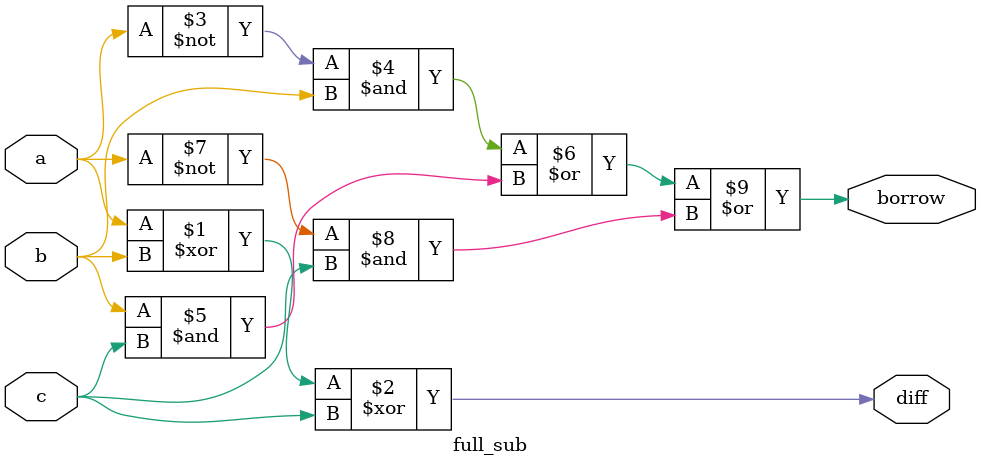
<source format=v>
module full_sub(a,b,c,diff, borrow);
  input  a,b,c;
  output diff, borrow;

  assign diff = a^b^c;
  assign borrow = (~a&b)|(b&c)|(~a&c);
endmodule
</source>
